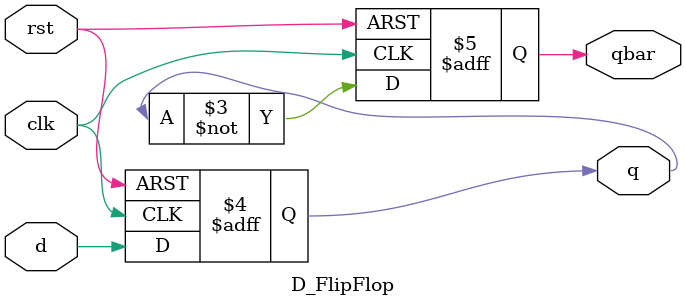
<source format=v>
module D_FlipFlop(input d,clk,rst, 
                    output reg q,qbar); 
always @(posedge clk , posedge rst) 
begin
 if(rst==1'b1)
 begin
  q <= 1'b0;
  qbar <= 1'b1;
  end
 else
 begin
  q <= d;
  qbar <= ~q; 
  end
end 
endmodule

</source>
